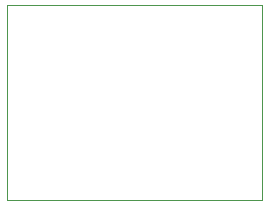
<source format=gm1>
G04 #@! TF.GenerationSoftware,KiCad,Pcbnew,9.0.3*
G04 #@! TF.CreationDate,2025-08-03T15:19:36-04:00*
G04 #@! TF.ProjectId,CH32V003J4M6,43483332-5630-4303-934a-344d362e6b69,rev?*
G04 #@! TF.SameCoordinates,Original*
G04 #@! TF.FileFunction,Profile,NP*
%FSLAX46Y46*%
G04 Gerber Fmt 4.6, Leading zero omitted, Abs format (unit mm)*
G04 Created by KiCad (PCBNEW 9.0.3) date 2025-08-03 15:19:36*
%MOMM*%
%LPD*%
G01*
G04 APERTURE LIST*
G04 #@! TA.AperFunction,Profile*
%ADD10C,0.100000*%
G04 #@! TD*
G04 APERTURE END LIST*
D10*
X140970000Y-96012000D02*
X162560000Y-96012000D01*
X162560000Y-112522000D01*
X140970000Y-112522000D01*
X140970000Y-96012000D01*
M02*

</source>
